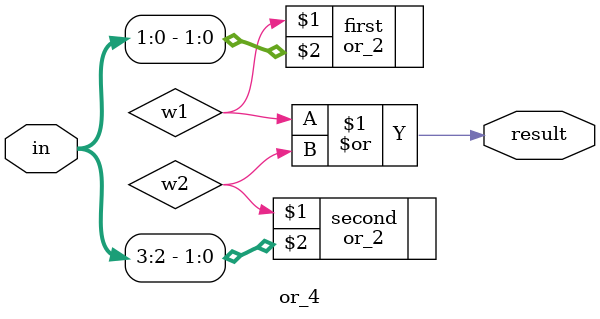
<source format=v>
module or_4(result, in);
	input[3:0] in;
	output result;
	wire w1, w2;

	or_2 first(w1, in[1:0]);
	or_2 second(w2, in[3:2]);
	or(result, w1, w2);
endmodule
</source>
